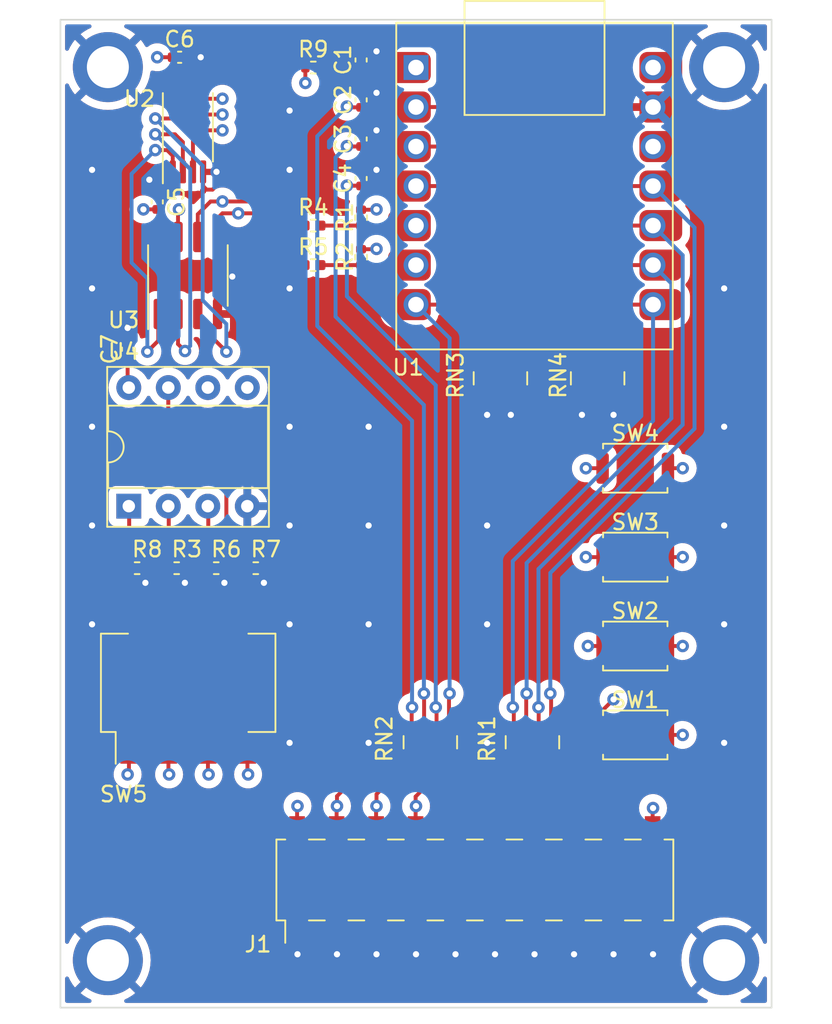
<source format=kicad_pcb>
(kicad_pcb (version 20221018) (generator pcbnew)
  (title_block (comment 4 "AISLER Project ID: GOJBYYNW"))
  (layers (0 "F.Cu" signal) (1 "In1.Cu" power) (2 "In2.Cu" power) (3 "In3.Cu" signal) (4 "In4.Cu" power) (31 "B.Cu" signal) (34 "B.Paste" user) (35 "F.Paste" user) (36 "B.SilkS" user "B.Silkscreen") (37 "F.SilkS" user "F.Silkscreen") (38 "B.Mask" user) (39 "F.Mask" user) (44 "Edge.Cuts" user))
  (net 0 "")
  (net 1 "+3V3")
  (net 2 "GND")
  (net 3 "/I2C_SDA")
  (net 4 "/I2C_SCL")
  (net 5 "Net-(U2-E2)")
  (net 6 "/EEP_I2C_SDA")
  (net 7 "/EEP_I2C_SCL")
  (net 8 "Net-(U2-E1)")
  (net 9 "Net-(U2-E0)")
  (net 10 "/~{WC}")
  (net 12 "/D1_C")
  (net 13 "/D2_C")
  (net 14 "/D3_C")
  (net 15 "Net-(J1-Pin_10)")
  (net 16 "Net-(J1-Pin_12)")
  (net 17 "Net-(J1-Pin_14)")
  (net 18 "Net-(J1-Pin_16)")
  (net 19 "Net-(J1-Pin_18)")
  (net 20 "/D10{slash}A11{slash}SPI_MOSI")
  (net 21 "/D9{slash}A9{slash}SPI_MISO")
  (net 22 "/D8{slash}A8{slash}SPI_SCK")
  (net 23 "/D7{slash}A7{slash}UART_RX")
  (net 24 "/D6{slash}A6{slash}UART_TX")
  (net 25 "/D3{slash}A3")
  (net 26 "/D2{slash}A2")
  (net 27 "/D1{slash}A1")
  (net 28 "/D0{slash}A0")
  (net 29 "/D0_C")
  (footprint "Resistor_SMD:R_Array_Concave_4x0603" (layer "F.Cu") (at 43.5546 59.6528 90)
    (fp_text reference "RN1")
    (fp_text value "100")
  )
  (footprint "Capacitor_SMD:C_0402_1005Metric" (layer "F.Cu") (at 32.5374 18.3616 90)
    (fp_text reference "C2")
    (fp_text value "100n")
  )
  (footprint "Button_Switch_SMD:SW_Push_SPST_NO_Alps_SKRK" (layer "F.Cu") (at 50.165 42.037)
    (fp_text reference "SW4")
    (fp_text value "SKRKAEE020")
  )
  (footprint "Logo:TardigradeLogo_v3" (layer "F.Cu") (at 20.728352 69.088)
    (fp_text reference "LOGO2" hide)
    (fp_text value "MountingHole" hide)
  )
  (footprint "Package_SO:TSSOP-8_4.4x3mm_P0.65mm" (layer "F.Cu") (at 21.4022 20.1268 90)
    (fp_text reference "U2")
    (fp_text value "M24C02-RDW")
  )
  (footprint "Resistor_SMD:R_Array_Concave_4x0603" (layer "F.Cu") (at 47.7458 36.2594 -90)
    (fp_text reference "RN4")
    (fp_text value "10k")
  )
  (footprint "Capacitor_SMD:C_0402_1005Metric" (layer "F.Cu") (at 32.5374 20.8762 90)
    (fp_text reference "C3")
    (fp_text value "100n")
  )
  (footprint "Resistor_SMD:R_0402_1005Metric" (layer "F.Cu") (at 32.5374 28.4714 -90)
    (fp_text reference "R2")
    (fp_text value "4k7")
  )
  (footprint "MountingHole:MountingHole_2.7mm_M2.5_ISO7380_Pad_TopBottom" (layer "F.Cu") (at 16.256 73.66)
    (fp_text reference "H2" hide)
    (fp_text value "MountingHole_Pad")
  )
  (footprint "Resistor_SMD:R_0402_1005Metric" (layer "F.Cu") (at 18.1376 48.4632)
    (fp_text reference "R8")
    (fp_text value "10k")
  )
  (footprint "Resistor_SMD:R_0402_1005Metric" (layer "F.Cu") (at 29.464 26.4414)
    (fp_text reference "R4")
    (fp_text value "100")
  )
  (footprint "Resistor_SMD:R_0402_1005Metric" (layer "F.Cu") (at 32.5374 25.9314 -90)
    (fp_text reference "R1")
    (fp_text value "4k7")
  )
  (footprint "Resistor_SMD:R_Array_Concave_4x0603" (layer "F.Cu") (at 36.989 59.6528 90)
    (fp_text reference "RN2")
    (fp_text value "100")
  )
  (footprint "Resistor_SMD:R_0402_1005Metric" (layer "F.Cu") (at 23.223466 48.4632)
    (fp_text reference "R6")
    (fp_text value "10k")
  )
  (footprint "MountingHole:MountingHole_2.7mm_M2.5_ISO7380_Pad_TopBottom" (layer "F.Cu") (at 55.88 73.66)
    (fp_text reference "H3" hide)
    (fp_text value "MountingHole_Pad")
  )
  (footprint "Capacitor_SMD:C_0402_1005Metric" (layer "F.Cu") (at 32.5374 23.4162 90)
    (fp_text reference "C4")
    (fp_text value "100n")
  )
  (footprint "Resistor_SMD:R_0402_1005Metric" (layer "F.Cu") (at 29.464 16.2814)
    (fp_text reference "R9")
    (fp_text value "100")
  )
  (footprint "Package_SO:SOIC-8_3.9x4.9mm_P1.27mm" (layer "F.Cu") (at 21.4022 29.6511 90)
    (fp_text reference "U3")
    (fp_text value "M24C02-RMN")
  )
  (footprint "Button_Switch_SMD:SW_Push_SPST_NO_Alps_SKRK" (layer "F.Cu") (at 50.165 53.467)
    (fp_text reference "SW2")
    (fp_text value "SKRKAEE020")
  )
  (footprint "Capacitor_SMD:C_0402_1005Metric" (layer "F.Cu") (at 20.871 15.621)
    (fp_text reference "C6")
    (fp_text value "100n")
  )
  (footprint "Button_Switch_SMD:SW_DIP_SPSTx04_Slide_Omron_A6S-410x_W8.9mm_P2.54mm" (layer "F.Cu") (at 21.421 55.8312 90)
    (fp_text reference "SW5")
    (fp_text value "A6S-4101-H")
  )
  (footprint "MountingHole:MountingHole_2.7mm_M2.5_ISO7380_Pad_TopBottom" (layer "F.Cu") (at 16.256 16.256)
    (fp_text reference "H1" hide)
    (fp_text value "MountingHole_Pad")
  )
  (footprint "Resistor_SMD:R_Array_Concave_4x0603" (layer "F.Cu") (at 41.4974 36.2594 -90)
    (fp_text reference "RN3")
    (fp_text value "10k")
  )
  (footprint "Resistor_SMD:R_0402_1005Metric" (layer "F.Cu") (at 20.680533 48.4632)
    (fp_text reference "R3")
    (fp_text value "10k")
  )
  (footprint "Capacitor_SMD:C_0402_1005Metric" (layer "F.Cu") (at 32.5374 15.7962 90)
    (fp_text reference "C1")
    (fp_text value "100n")
  )
  (footprint "Resistor_SMD:R_0402_1005Metric" (layer "F.Cu") (at 25.7664 48.4632)
    (fp_text reference "R7")
    (fp_text value "10k")
  )
  (footprint "Capacitor_SMD:C_0402_1005Metric" (layer "F.Cu") (at 17.526 34.389 90)
    (fp_text reference "C7")
    (fp_text value "100n")
  )
  (footprint "Resistor_SMD:R_0402_1005Metric" (layer "F.Cu") (at 29.464 28.9814)
    (fp_text reference "R5")
    (fp_text value "100")
  )
  (footprint "Capacitor_SMD:C_0402_1005Metric" (layer "F.Cu") (at 19.431 24.92 90)
    (fp_text reference "C5")
    (fp_text value "100n")
  )
  (footprint "Package_DIP:DIP-8_W7.62mm_Socket" (layer "F.Cu") (at 17.6022 44.4754 90)
    (fp_text reference "U4")
    (fp_text value "M24C02")
  )
  (footprint "Connector_PinHeader_2.54mm:PinHeader_2x10_P2.54mm_Vertical_SMD" (layer "F.Cu") (at 39.8526 68.5038 90)
    (fp_text reference "J1")
    (fp_text value "Conn_02x10_Odd_Even")
  )
  (footprint "Button_Switch_SMD:SW_Push_SPST_NO_Alps_SKRK" (layer "F.Cu") (at 50.165 47.752)
    (fp_text reference "SW3")
    (fp_text value "SKRKAEE020")
  )
  (footprint "XIAO_PCB:MOUDLE14P-2.54-21X17.8MM_SMTTHTcombo" (layer "F.Cu") (at 43.688 23.9014 90)
    (fp_text reference "U1")
    (fp_text value "MOUDLE-SEEEDUINO-XIAO")
  )
  (footprint "MountingHole:MountingHole_2.7mm_M2.5_ISO7380_Pad_TopBottom" (layer "F.Cu") (at 55.88 16.256)
    (fp_text reference "H4" hide)
    (fp_text value "MountingHole_Pad")
  )
  (footprint "Button_Switch_SMD:SW_Push_SPST_NO_Alps_SKRK" (layer "F.Cu") (at 50.165 59.182)
    (fp_text reference "SW1")
    (fp_text value "SKRKAEE020")
  )
  (footprint "Logo:TardigradeLogo_v3" (layer "B.Cu") (at 19.812 69.088 180)
    (fp_text reference "LOGO1" hide)
    (fp_text value "MountingHole" hide)
  )
  (gr_line (start 13.208 76.708) (end 13.208 13.208) (stroke (width 0.1)) (layer "Edge.Cuts"))
  (gr_line (start 58.928 13.208) (end 58.928 76.708) (stroke (width 0.1)) (layer "Edge.Cuts"))
  (gr_line (start 58.928 76.708) (end 13.208 76.708) (stroke (width 0.1)) (layer "Edge.Cuts"))
  (gr_line (start 13.208 13.208) (end 58.928 13.208) (stroke (width 0.1)) (layer "Edge.Cuts"))
  (segment (start 51.2826 63.9064) (end 51.308 63.881) (width 0.25) (layer "F.Cu") (net 1))
  (segment (start 19.4972 25.4662) (end 19.431 25.4) (width 0.25) (layer "F.Cu") (net 1))
  (segment (start 33.5066 25.4214) (end 33.528 25.4) (width 0.25) (layer "F.Cu") (net 1))
  (segment (start 20.4272 17.2643) (end 20.4272 15.6572) (width 0.25) (layer "F.Cu") (net 1))
  (segment (start 17.611 60.2812) (end 17.611 61.637) (width 0.25) (layer "F.Cu") (net 1))
  (segment (start 20.151 61.68) (end 20.193 61.722) (width 0.25) (layer "F.Cu") (net 1))
  (segment (start 32.5374 27.9614) (end 33.5066 27.9614) (width 0.25) (layer "F.Cu") (net 1))
  (segment (start 51.2826 65.9788) (end 51.2826 63.9064) (width 0.25) (layer "F.Cu") (net 1))
  (segment (start 19.4972 27.1761) (end 19.4972 25.4662) (width 0.25) (layer "F.Cu") (net 1))
  (segment (start 28.4226 63.7794) (end 28.448 63.754) (width 0.25) (layer "F.Cu") (net 1))
  (segment (start 20.151 60.2812) (end 20.151 61.68) (width 0.25) (layer "F.Cu") (net 1))
  (segment (start 22.691 60.2812) (end 22.691 61.68) (width 0.25) (layer "F.Cu") (net 1))
  (segment (start 22.691 61.68) (end 22.733 61.722) (width 0.25) (layer "F.Cu") (net 1))
  (segment (start 32.5374 25.4214) (end 33.5066 25.4214) (width 0.25) (layer "F.Cu") (net 1))
  (segment (start 28.4226 65.9788) (end 28.4226 63.7794) (width 0.25) (layer "F.Cu") (net 1))
  (segment (start 18.542 25.4) (end 19.431 25.4) (width 0.25) (layer "F.Cu") (net 1))
  (segment (start 17.526 34.869) (end 17.526 36.7792) (width 0.25) (layer "F.Cu") (net 1))
  (segment (start 20.4272 15.6572) (end 20.391 15.621) (width 0.25) (layer "F.Cu") (net 1))
  (segment (start 25.231 61.68) (end 25.273 61.722) (width 0.25) (layer "F.Cu") (net 1))
  (segment (start 25.231 60.2812) (end 25.231 61.68) (width 0.25) (layer "F.Cu") (net 1))
  (segment (start 52.265 47.752) (end 53.213 47.752) (width 0.25) (layer "F.Cu") (net 1))
  (segment (start 52.265 42.037) (end 53.213 42.037) (width 0.25) (layer "F.Cu") (net 1))
  (segment (start 52.265 59.182) (end 53.213 59.182) (width 0.25) (layer "F.Cu") (net 1))
  (segment (start 17.611 61.637) (end 17.526 61.722) (width 0.25) (layer "F.Cu") (net 1))
  (segment (start 52.265 53.467) (end 53.213 53.467) (width 0.25) (layer "F.Cu") (net 1))
  (segment (start 17.526 36.7792) (end 17.6022 36.8554) (width 0.25) (layer "F.Cu") (net 1))
  (segment (start 19.431 15.621) (end 20.391 15.621) (width 0.25) (layer "F.Cu") (net 1))
  (segment (start 33.5066 27.9614) (end 33.528 27.94) (width 0.25) (layer "F.Cu") (net 1))
  (via (at 17.526 61.722) (size 0.8) (drill 0.4) (layers "F.Cu" "B.Cu") (net 1))
  (via (at 53.213 59.182) (size 0.8) (drill 0.4) (layers "F.Cu" "B.Cu") (net 1))
  (via (at 33.528 27.94) (size 0.8) (drill 0.4) (layers "F.Cu" "B.Cu") (net 1))
  (via (at 33.528 25.4) (size 0.8) (drill 0.4) (layers "F.Cu" "B.Cu") (net 1))
  (via (at 28.448 63.754) (size 0.8) (drill 0.4) (layers "F.Cu" "B.Cu") (net 1))
  (via (at 20.193 61.722) (size 0.8) (drill 0.4) (layers "F.Cu" "B.Cu") (net 1))
  (via (at 22.733 61.722) (size 0.8) (drill 0.4) (layers "F.Cu" "B.Cu") (net 1))
  (via (at 25.273 61.722) (size 0.8) (drill 0.4) (layers "F.Cu" "B.Cu") (net 1))
  (via (at 18.542 25.4) (size 0.8) (drill 0.4) (layers "F.Cu" "B.Cu") (net 1))
  (via (at 51.308 63.881) (size 0.8) (drill 0.4) (layers "F.Cu" "B.Cu") (net 1))
  (via (at 53.213 53.467) (size 0.8) (drill 0.4) (layers "F.Cu" "B.Cu") (net 1))
  (via (at 53.213 47.752) (size 0.8) (drill 0.4) (layers "F.Cu" "B.Cu") (net 1))
  (via (at 19.431 15.621) (size 0.8) (drill 0.4) (layers "F.Cu" "B.Cu") (net 1))
  (via (at 53.213 42.037) (size 0.8) (drill 0.4) (layers "F.Cu" "B.Cu") (net 1))
  (segment (start 41.0974 37.1094) (end 41.0974 38.1506) (width 0.25) (layer "F.Cu") (net 2))
  (segment (start 41.8974 37.1094) (end 41.8974 38.3414) (width 0.25) (layer "F.Cu") (net 2))
  (segment (start 41.148 73.279) (end 41.148 71.0542) (width 0.25) (layer "F.Cu") (net 2))
  (segment (start 36.068 73.279) (end 36.068 71.0542) (width 0.25) (layer "F.Cu") (net 2))
  (segment (start 19.431 24.003) (end 19.431 24.44) (width 0.25) (layer "F.Cu") (net 2))
  (segment (start 40.2974 38.2654) (end 40.64 38.608) (width 0.25) (layer "F.Cu") (net 2))
  (segment (start 40.2974 37.1094) (end 40.2974 38.2654) (width 0.25) (layer "F.Cu") (net 2))
  (segment (start 51.308 73.279) (end 51.308 71.0542) (width 0.25) (layer "F.Cu") (net 2))
  (segment (start 48.768 71.0542) (end 48.7426 71.0288) (width 0.25) (layer "F.Cu") (net 2))
  (segment (start 46.228 71.0542) (end 46.2026 71.0288) (width 0.25) (layer "F.Cu") (net 2))
  (segment (start 41.0974 38.1506) (end 40.64 38.608) (width 0.25) (layer "F.Cu") (net 2))
  (segment (start 32.5374 22.9362) (end 33.4518 22.9362) (width 0.25) (layer "F.Cu") (net 2))
  (segment (start 22.3772 23.9012) (end 22.606 24.13) (width 0.25) (layer "F.Cu") (net 2))
  (segment (start 33.528 17.907) (end 33.5026 17.8816) (width 0.25) (layer "F.Cu") (net 2))
  (segment (start 28.4226 73.2536) (end 28.4226 71.0288) (width 0.25) (layer "F.Cu") (net 2))
  (segment (start 46.5458 38.4178) (end 46.736 38.608) (width 0.25) (layer "F.Cu") (net 2))
  (segment (start 23.241 23.876) (end 23.241 22.987) (width 0.25) (layer "F.Cu") (net 2))
  (segment (start 33.4518 22.9362) (end 33.528 22.86) (width 0.25) (layer "F.Cu") (net 2))
  (segment (start 47.3458 37.1094) (end 47.3458 37.9982) (width 0.25) (layer "F.Cu") (net 2))
  (segment (start 18.923 23.495) (end 19.431 24.003) (width 0.25) (layer "F.Cu") (net 2))
  (segment (start 33.528 71.0542) (end 33.5026 71.0288) (width 0.25) (layer "F.Cu") (net 2))
  (segment (start 36.068 71.0542) (end 36.0426 71.0288) (width 0.25) (layer "F.Cu") (net 2))
  (segment (start 33.4518 20.3962) (end 33.528 20.32) (width 0.25) (layer "F.Cu") (net 2))
  (segment (start 26.2764 49.3904) (end 26.289 49.403) (width 0.25) (layer "F.Cu") (net 2))
  (segment (start 51.308 71.0542) (end 51.2826 71.0288) (width 0.25) (layer "F.Cu") (net 2))
  (segment (start 43.688 73.279) (end 43.688 71.0542) (width 0.25) (layer "F.Cu") (net 2))
  (segment (start 42.6974 38.0746) (end 42.164 38.608) (width 0.25) (layer "F.Cu") (net 2))
  (segment (start 38.5826 73.2536) (end 38.5826 71.0288) (width 0.25) (layer "F.Cu") (net 2))
  (segment (start 48.9458 38.4302) (end 48.768 38.608) (width 0.25) (layer "F.Cu") (net 2))
  (segment (start 23.733466 49.387466) (end 23.749 49.403) (width 0.25) (layer "F.Cu") (net 2))
  (segment (start 32.5374 15.3162) (end 33.4518 15.3162) (width 0.25) (layer "F.Cu") (net 2))
  (segment (start 33.5026 17.8816) (end 32.5374 17.8816) (width 0.25) (layer "F.Cu") (net 2))
  (segment (start 22.987 24.13) (end 23.241 23.876) (width 0.25) (layer "F.Cu") (net 2))
  (segment (start 21.190533 49.384533) (end 21.209 49.403) (width 0.25) (layer "F.Cu") (net 2))
  (segment (start 22.3772 22.9893) (end 22.3772 23.9012) (width 0.25) (layer "F.Cu") (net 2))
  (segment (start 33.4518 15.3162) (end 33.528 15.24) (width 0.25) (layer "F.Cu") (net 2))
  (segment (start 47.3458 37.9982) (end 46.736 38.608) (width 0.25) (layer "F.Cu") (net 2))
  (segment (start 23.3072 30.6678) (end 24.257 29.718) (width 0.25) (layer "F.Cu") (net 2))
  (segment (start 33.528 73.279) (end 33.528 71.0542) (width 0.25) (layer "F.Cu") (net 2))
  (segment (start 30.988 73.279) (end 30.988 71.0542) (width 0.25) (layer "F.Cu") (net 2))
  (segment (start 32.5374 20.3962) (end 33.4518 20.3962) (width 0.25) (layer "F.Cu") (net 2))
  (segment (start 48.768 73.279) (end 48.768 71.0542) (width 0.25) (layer "F.Cu") (net 2))
  (segment (start 48.1458 37.9858) (end 48.768 38.608) (width 0.25) (layer "F.Cu") (net 2))
  (segment (start 21.190533 48.4632) (end 21.190533 49.384533) (width 0.25) (layer "F.Cu") (net 2))
  (segment (start 48.9458 37.1094) (end 48.9458 38.4302) (width 0.25) (layer "F.Cu") (net 2))
  (segment (start 43.688 71.0542) (end 43.6626 71.0288) (width 0.25) (layer "F.Cu") (net 2))
  (segment (start 21.351 15.621) (end 22.225 15.621) (width 0.25) (layer "F.Cu") (net 2))
  (segment (start 42.6974 37.1094) (end 42.6974 38.0746) (width 0.25) (layer "F.Cu") (net 2))
  (segment (start 38.608 73.279) (end 38.5826 73.2536) (width 0.25) (layer "F.Cu") (net 2))
  (segment (start 41.148 71.0542) (end 41.1226 71.0288) (width 0.25) (layer "F.Cu") (net 2))
  (segment (start 23.3072 32.1261) (end 23.3072 30.6678) (width 0.25) (layer "F.Cu") (net 2))
  (segment (start 41.8974 38.3414) (end 42.164 38.608) (width 0.25) (layer "F.Cu") (net 2))
  (segment (start 22.606 24.13) (end 22.987 24.13) (width 0.25) (layer "F.Cu") (net 2))
  (segment (start 23.733466 48.4632) (end 23.733466 49.387466) (width 0.25) (layer "F.Cu") (net 2))
  (segment (start 28.448 73.279) (end 28.4226 73.2536) (width 0.25) (layer "F.Cu") (net 2))
  (segment (start 18.6476 48.4632) (end 18.6476 49.3816) (width 0.25) (layer "F.Cu") (net 2))
  (segment (start 48.1458 37.1094) (end 48.1458 37.9858) (width 0.25) (layer "F.Cu") (net 2))
  (segment (start 18.6476 49.3816) (end 18.669 49.403) (width 0.25) (layer "F.Cu") (net 2))
  (segment (start 26.2764 48.4632) (end 26.2764 49.3904) (width 0.25) (layer "F.Cu") (net 2))
  (segment (start 46.228 73.279) (end 46.228 71.0542) (width 0.25) (layer "F.Cu") (net 2))
  (segment (start 17.526 33.909) (end 17.526 33.02) (width 0.25) (layer "F.Cu") (net 2))
  (segment (start 30.988 71.0542) (end 30.9626 71.0288) (width 0.25) (layer "F.Cu") (net 2))
  (segment (start 46.5458 37.1094) (end 46.5458 38.4178) (width 0.25) (layer "F.Cu") (net 2))
  (via (at 33.02 52.07) (size 0.8) (drill 0.4) (layers "F.Cu" "B.Cu") (net 2))
  (via (at 51.308 73.279) (size 0.8) (drill 0.4) (layers "F.Cu" "B.Cu") (net 2))
  (via (at 28.448 73.279) (size 0.8) (drill 0.4) (layers "F.Cu" "B.Cu") (net 2))
  (via (at 23.241 22.987) (size 0.8) (drill 0.4) (layers "F.Cu" "B.Cu") (net 2))
  (via (at 30.988 73.279) (size 0.8) (drill 0.4) (layers "F.Cu" "B.Cu") (net 2))
  (via (at 38.608 73.279) (size 0.8) (drill 0.4) (layers "F.Cu" "B.Cu") (net 2))
  (via (at 33.02 45.72) (size 0.8) (drill 0.4) (layers "F.Cu" "B.Cu") (net 2))
  (via (at 33.528 15.24) (size 0.8) (drill 0.4) (layers "F.Cu" "B.Cu") (net 2))
  (via (at 33.528 22.86) (size 0.8) (drill 0.4) (layers "F.Cu" "B.Cu") (net 2))
  (via (at 40.64 45.72) (size 0.8) (drill 0.4) (layers "F.Cu" "B.Cu") (net 2))
  (via (at 33.528 20.32) (size 0.8) (drill 0.4) (layers "F.Cu" "B.Cu") (net 2))
  (via (at 27.94 45.72) (size 0.8) (drill 0.4) (layers "F.Cu" "B.Cu") (net 2))
  (via (at 46.228 73.279) (size 0.8) (drill 0.4) (layers "F.Cu" "B.Cu") (net 2))
  (via (at 27.94 52.07) (size 0.8) (drill 0.4) (layers "F.Cu" "B.Cu") (net 2))
  (via (at 18.923 23.495) (size 0.8) (drill 0.4) (layers "F.Cu" "B.Cu") (net 2))
  (via (at 55.88 39.37) (size 0.8) (drill 0.4) (layers "F.Cu" "B.Cu") (net 2))
  (via (at 18.669 49.403) (size 0.8) (drill 0.4) (layers "F.Cu" "B.Cu") (net 2))
  (via (at 41.148 73.279) (size 0.8) (drill 0.4) (layers "F.Cu" "B.Cu") (net 2))
  (via (at 33.02 59.69) (size 0.8) (drill 0.4) (layers "F.Cu" "B.Cu") (net 2))
  (via (at 15.24 30.48) (size 0.8) (drill 0.4) (layers "F.Cu" "B.Cu") (net 2))
  (via (at 24.257 29.718) (size 0.8) (drill 0.4) (layers "F.Cu" "B.Cu") (net 2))
  (via (at 17.526 33.02) (size 0.8) (drill 0.4) (layers "F.Cu" "B.Cu") (net 2))
  (via (at 21.209 49.403) (size 0.8) (drill 0.4) (layers "F.Cu" "B.Cu") (net 2))
  (via (at 33.528 17.907) (size 0.8) (drill 0.4) (layers "F.Cu" "B.Cu") (net 2))
  (via (at 15.24 52.07) (size 0.8) (drill 0.4) (layers "F.Cu" "B.Cu") (net 2))
  (via (at 55.88 45.72) (size 0.8) (drill 0.4) (layers "F.Cu" "B.Cu") (net 2))
  (via (at 55.88 59.69) (size 0.8) (drill 0.4) (layers "F.Cu" "B.Cu") (net 2))
  (via (at 46.736 38.608) (size 0.8) (drill 0.4) (layers "F.Cu" "B.Cu") (net 2))
  (via (at 48.768 73.279) (size 0.8) (drill 0.4) (layers "F.Cu" "B.Cu") (net 2))
  (via (at 27.94 19.05) (size 0.8) (drill 0.4) (layers "F.Cu" "B.Cu") (net 2))
  (via (at 27.94 22.86) (size 0.8) (drill 0.4) (layers "F.Cu" "B.Cu") (net 2))
  (via (at 55.88 52.07) (size 0.8) (drill 0.4) (layers "F.Cu" "B.Cu") (net 2))
  (via (at 15.24 22.86) (size 0.8) (drill 0.4) (layers "F.Cu" "B.Cu") (net 2))
  (via (at 42.164 38.608) (size 0.8) (drill 0.4) (layers "F.Cu" "B.Cu") (net 2))
  (via (at 27.94 30.48) (size 0.8) (drill 0.4) (layers "F.Cu" "B.Cu") (net 2))
  (via (at 15.24 39.37) (size 0.8) (drill 0.4) (layers "F.Cu" "B.Cu") (net 2))
  (via (at 40.64 52.07) (size 0.8) (drill 0.4) (layers "F.Cu" "B.Cu") (net 2))
  (via (at 26.289 49.403) (size 0.8) (drill 0.4) (layers "F.Cu" "B.Cu") (net 2))
  (via (at 48.768 38.608) (size 0.8) (drill 0.4) (layers "F.Cu" "B.Cu") (net 2))
  (via (at 55.88 30.48) (size 0.8) (drill 0.4) (layers "F.Cu" "B.Cu") (net 2))
  (via (at 22.225 15.621) (size 0.8) (drill 0.4) (layers "F.Cu" "B.Cu") (net 2))
  (via (at 43.688 73.279) (size 0.8) (drill 0.4) (layers "F.Cu" "B.Cu") (net 2))
  (via (at 33.528 73.279) (size 0.8) (drill 0.4) (layers "F.Cu" "B.Cu") (net 2))
  (via (at 33.02 39.37) (size 0.8) (drill 0.4) (layers "F.Cu" "B.Cu") (net 2))
  (via (at 36.068 73.279) (size 0.8) (drill 0.4) (layers "F.Cu" "B.Cu") (net 2))
  (via (at 40.64 38.608) (size 0.8) (drill 0.4) (layers "F.Cu" "B.Cu") (net 2))
  (via (at 15.24 45.72) (size 0.8) (drill 0.4) (layers "F.Cu" "B.Cu") (net 2))
  (via (at 27.94 39.37) (size 0.8) (drill 0.4) (layers "F.Cu" "B.Cu") (net 2))
  (via (at 23.749 49.403) (size 0.8) (drill 0.4) (layers "F.Cu" "B.Cu") (net 2))
  (via (at 40.64 59.69) (size 0.8) (drill 0.4) (layers "F.Cu" "B.Cu") (net 2))
  (via (at 27.94 59.69) (size 0.8) (drill 0.4) (layers "F.Cu" "B.Cu") (net 2))
  (segment (start 32.5374 26.4414) (end 29.974 26.4414) (width 0.254) (layer "F.Cu") (net 3))
  (segment (start 36.068 26.4414) (end 32.5374 26.4414) (width 0.254) (layer "F.Cu") (net 3))
  (segment (start 32.5374 28.9814) (end 29.974 28.9814) (width 0.254) (layer "F.Cu") (net 4))
  (segment (start 36.068 28.9814) (end 32.5374 28.9814) (width 0.254) (layer "F.Cu") (net 4))
  (segment (start 22.691 51.3812) (end 22.691 48.485666) (width 0.254) (layer "F.Cu") (net 5))
  (segment (start 23.876 34.544) (end 22.0372 32.7052) (width 0.25) (layer "F.Cu") (net 5))
  (segment (start 21.7272 22.9893) (end 21.7272 20.7112) (width 0.25) (layer "F.Cu") (net 5))
  (segment (start 22.691 48.485666) (end 22.713466 48.4632) (width 0.254) (layer "F.Cu") (net 5))
  (segment (start 21.7272 20.7112) (end 20.574 19.558) (width 0.25) (layer "F.Cu") (net 5))
  (segment (start 22.0372 32.7052) (end 22.0372 32.1261) (width 0.25) (layer "F.Cu") (net 5))
  (segment (start 22.713466 44.506666) (end 22.6822 44.4754) (width 0.254) (layer "F.Cu") (net 5))
  (segment (start 22.713466 48.4632) (end 22.713466 44.506666) (width 0.254) (layer "F.Cu") (net 5))
  (segment (start 20.574 19.558) (end 19.304 19.558) (width 0.25) (layer "F.Cu") (net 5))
  (via (at 23.876 34.544) (size 0.8) (drill 0.4) (layers "F.Cu" "B.Cu") (net 5))
  (via (at 19.304 19.558) (size 0.8) (drill 0.4) (layers "F.Cu" "B.Cu") (net 5))
  (segment (start 19.313305 19.558) (end 22.352 22.596695) (width 0.25) (layer "B.Cu") (net 5))
  (segment (start 19.304 19.558) (end 19.313305 19.558) (width 0.25) (layer "B.Cu") (net 5))
  (segment (start 22.352 22.596695) (end 22.352 31.242) (width 0.25) (layer "B.Cu") (net 5))
  (segment (start 23.876 32.766) (end 23.876 34.544) (width 0.25) (layer "B.Cu") (net 5))
  (segment (start 22.352 31.242) (end 23.876 32.766) (width 0.25) (layer "B.Cu") (net 5))
  (segment (start 22.86 24.892) (end 23.622 24.892) (width 0.25) (layer "F.Cu") (net 6))
  (segment (start 27.9654 26.4414) (end 28.954 26.4414) (width 0.25) (layer "F.Cu") (net 6))
  (segment (start 23.622 24.892) (end 26.416 24.892) (width 0.25) (layer "F.Cu") (net 6))
  (segment (start 22.0372 27.1761) (end 22.0372 25.7148) (width 0.25) (layer "F.Cu") (net 6))
  (segment (start 22.352 19.304) (end 23.622 19.304) (width 0.25) (layer "F.Cu") (net 6))
  (segment (start 21.7272 17.2643) (end 21.7272 18.6792) (width 0.25) (layer "F.Cu") (net 6))
  (segment (start 26.416 24.892) (end 27.9654 26.4414) (width 0.25) (layer "F.Cu") (net 6))
  (segment (start 22.0372 25.7148) (end 22.86 24.892) (width 0.25) (layer "F.Cu") (net 6))
  (segment (start 21.7272 18.6792) (end 22.352 19.304) (width 0.25) (layer "F.Cu") (net 6))
  (via (at 23.622 19.304) (size 0.8) (drill 0.4) (layers "F.Cu" "B.Cu") (net 6))
  (via (at 23.622 24.892) (size 0.8) (drill 0.4) (layers "F.Cu" "B.Cu") (net 6))
  (segment (start 22.6822 36.8554) (end 22.606 36.7792) (width 0.25) (layer "B.Cu") (net 6))
  (segment (start 22.3772 17.2643) (end 22.3772 18.0592) (width 0.25) (layer "F.Cu") (net 7))
  (segment (start 23.622 25.654) (end 24.638 25.654) (width 0.25) (layer "F.Cu") (net 7))
  (segment (start 25.654 25.654) (end 26.162 26.162) (width 0.25) (layer "F.Cu") (net 7))
  (segment (start 26.162 26.162) (end 26.162 28.194) (width 0.25) (layer "F.Cu") (net 7))
  (segment (start 26.162 28.194) (end 26.9494 28.9814) (width 0.25) (layer "F.Cu") (net 7))
  (segment (start 22.3772 18.0592) (end 22.606 18.288) (width 0.25) (layer "F.Cu") (net 7))
  (segment (start 23.3072 27.1761) (end 23.3072 25.9688) (width 0.25) (layer "F.Cu") (net 7))
  (segment (start 26.9494 28.9814) (end 28.954 28.9814) (width 0.25) (layer "F.Cu") (net 7))
  (segment (start 24.638 25.654) (end 25.654 25.654) (width 0.25) (layer "F.Cu") (net 7))
  (segment (start 23.3072 25.9688) (end 23.622 25.654) (width 0.25) (layer "F.Cu") (net 7))
  (segment (start 22.606 18.288) (end 23.622 18.288) (width 0.25) (layer "F.Cu") (net 7))
  (via (at 23.622 18.288) (size 0.8) (drill 0.4) (layers "F.Cu" "B.Cu") (net 7))
  (via (at 24.638 25.654) (size 0.8) (drill 0.4) (layers "F.Cu" "B.Cu") (net 7))
  (segment (start 20.151 48.482733) (end 20.170533 48.4632) (width 0.254) (layer "F.Cu") (net 8))
  (segment (start 21.0772 22.9893) (end 21.0772 21.0772) (width 0.25) (layer "F.Cu") (net 8))
  (segment (start 20.170533 44.503733) (end 20.1422 44.4754) (width 0.254) (layer "F.Cu") (net 8))
  (segment (start 20.574 20.574) (end 19.304 20.574) (width 0.25) (layer "F.Cu") (net 8))
  (segment (start 20.7672 34.057148) (end 20.7672 32.1261) (width 0.25) (layer "F.Cu") (net 8))
  (segment (start 20.170533 48.4632) (end 20.170533 44.503733) (width 0.254) (layer "F.Cu") (net 8))
  (segment (start 20.151 51.3812) (end 20.151 48.482733) (width 0.254) (layer "F.Cu") (net 8))
  (segment (start 21.215721 34.505669) (end 20.7672 34.057148) (width 0.25) (layer "F.Cu") (net 8))
  (segment (start 21.0772 21.0772) (end 20.574 20.574) (width 0.25) (layer "F.Cu") (net 8))
  (via (at 19.304 20.574) (size 0.8) (drill 0.4) (layers "F.Cu" "B.Cu") (net 8))
  (via (at 21.215721 34.505669) (size 0.8) (drill 0.4) (layers "F.Cu" "B.Cu") (net 8))
  (segment (start 19.313305 20.574) (end 21.553 22.813695) (width 0.25) (layer "B.Cu") (net 8))
  (segment (start 21.553 34.16839) (end 21.215721 34.505669) (width 0.25) (layer "B.Cu") (net 8))
  (segment (start 21.553 22.813695) (end 21.553 34.16839) (width 0.25) (layer "B.Cu") (net 8))
  (segment (start 19.304 20.574) (end 19.313305 20.574) (width 0.25) (layer "B.Cu") (net 8))
  (segment (start 20.4272 22.9893) (end 20.4272 21.9512) (width 0.25) (layer "F.Cu") (net 9))
  (segment (start 18.796 34.544) (end 19.4972 33.8428) (width 0.25) (layer "F.Cu") (net 9))
  (segment (start 17.6276 44.5008) (end 17.6022 44.4754) (width 0.254) (layer "F.Cu") (net 9))
  (segment (start 19.4972 33.8428) (end 19.4972 32.1261) (width 0.25) (layer "F.Cu") (net 9))
  (segment (start 20.066 21.59) (end 19.304 21.59) (width 0.25) (layer "F.Cu") (net 9))
  (segment (start 17.6276 48.4632) (end 17.6276 44.5008) (width 0.254) (layer "F.Cu") (net 9))
  (segment (start 17.611 51.3812) (end 17.611 48.4798) (width 0.254) (layer "F.Cu") (net 9))
  (segment (start 17.611 48.4798) (end 17.6276 48.4632) (width 0.254) (layer "F.Cu") (net 9))
  (segment (start 20.4272 21.9512) (end 20.066 21.59) (width 0.25) (layer "F.Cu") (net 9))
  (via (at 18.796 34.544) (size 0.8) (drill 0.4) (layers "F.Cu" "B.Cu") (net 9))
  (via (at 19.304 21.59) (size 0.8) (drill 0.4) (layers "F.Cu" "B.Cu") (net 9))
  (segment (start 17.78 28.829) (end 18.796 29.845) (width 0.25) (layer "B.Cu") (net 9))
  (segment (start 18.796 29.845) (end 18.796 34.544) (width 0.25) (layer "B.Cu") (net 9))
  (segment (start 17.78 23.114) (end 17.78 28.829) (width 0.25) (layer "B.Cu") (net 9))
  (segment (start 19.304 21.59) (end 17.78 23.114) (width 0.25) (layer "B.Cu") (net 9))
  (segment (start 20.1422 39.4462) (end 20.1422 36.8554) (width 0.254) (layer "F.Cu") (net 10))
  (segment (start 21.0772 19.0452) (end 22.352 20.32) (width 0.25) (layer "F.Cu") (net 10))
  (segment (start 25.231 48.4886) (end 25.2564 48.4632) (width 0.254) (layer "F.Cu") (net 10))
  (segment (start 20.7672 27.1761) (end 20.7672 25.4608) (width 0.25) (layer "F.Cu") (net 10))
  (segment (start 23.876 43.18) (end 20.1422 39.4462) (width 0.254) (layer "F.Cu") (net 10))
  (segment (start 25.2564 48.4632) (end 25.2564 47.1004) (width 0.254) (layer "F.Cu") (net 10))
  (segment (start 21.0772 17.2643) (end 21.0772 19.0452) (width 0.25) (layer "F.Cu") (net 10))
  (segment (start 20.7672 25.4608) (end 20.828 25.4) (width 0.25) (layer "F.Cu") (net 10))
  (segment (start 25.2564 47.1004) (end 23.876 45.72) (width 0.254) (layer "F.Cu") (net 10))
  (segment (start 25.231 51.3812) (end 25.231 48.4886) (width 0.254) (layer "F.Cu") (net 10))
  (segment (start 23.876 45.72) (end 23.876 43.18) (width 0.254) (layer "F.Cu") (net 10))
  (segment (start 22.352 20.32) (end 23.622 20.32) (width 0.25) (layer "F.Cu") (net 10))
  (via (at 20.828 25.4) (size 0.8) (drill 0.4) (layers "F.Cu" "B.Cu") (net 10))
  (via (at 23.622 20.32) (size 0.8) (drill 0.4) (layers "F.Cu" "B.Cu") (net 10))
  (segment (start 47.117 53.467) (end 48.065 53.467) (width 0.25) (layer "F.Cu") (net 12))
  (segment (start 35.789 61.62) (end 35.433 61.976) (width 0.25) (layer "F.Cu") (net 12))
  (segment (start 32.131 61.976) (end 30.988 63.119) (width 0.25) (layer "F.Cu") (net 12))
  (segment (start 35.789 60.5028) (end 35.789 61.62) (width 0.25) (layer "F.Cu") (net 12))
  (segment (start 35.433 61.976) (end 32.131 61.976) (width 0.25) (layer "F.Cu") (net 12))
  (segment (start 30.9626 63.7794) (end 30.9626 65.9788) (width 0.25) (layer "F.Cu") (net 12))
  (segment (start 30.988 63.754) (end 30.9626 63.7794) (width 0.25) (layer "F.Cu") (net 12))
  (segment (start 30.988 63.119) (end 30.988 63.754) (width 0.25) (layer "F.Cu") (net 12))
  (via (at 30.988 63.754) (size 0.8) (drill 0.4) (layers "F.Cu" "B.Cu") (net 12))
  (via (at 47.117 53.467) (size 0.8) (drill 0.4) (layers "F.Cu" "B.Cu") (net 12))
  (segment (start 36.589 61.709) (end 35.687 62.611) (width 0.25) (layer "F.Cu") (net 13))
  (segment (start 33.528 63.754) (end 33.5026 63.7794) (width 0.25) (layer "F.Cu") (net 13))
  (segment (start 36.589 60.5028) (end 36.589 61.709) (width 0.25) (layer "F.Cu") (net 13))
  (segment (start 46.99 47.752) (end 48.065 47.752) (width 0.25) (layer "F.Cu") (net 13))
  (segment (start 33.909 62.611) (end 33.528 62.992) (width 0.25) (layer "F.Cu") (net 13))
  (segment (start 33.5026 63.7794) (end 33.5026 65.9788) (width 0.25) (layer "F.Cu") (net 13))
  (segment (start 33.528 62.992) (end 33.528 63.754) (width 0.25) (layer "F.Cu") (net 13))
  (segment (start 35.687 62.611) (end 33.909 62.611) (width 0.25) (layer "F.Cu") (net 13))
  (via (at 33.528 63.754) (size 0.8) (drill 0.4) (layers "F.Cu" "B.Cu") (net 13))
  (via (at 46.99 47.752) (size 0.8) (drill 0.4) (layers "F.Cu" "B.Cu") (net 13))
  (segment (start 36.0426 63.7794) (end 36.0426 65.9788) (width 0.25) (layer "F.Cu") (net 14))
  (segment (start 36.0426 63.7286) (end 36.068 63.754) (width 0.25) (layer "F.Cu") (net 14))
  (segment (start 37.389 61.798) (end 36.0426 63.1444) (width 0.25) (layer "F.Cu") (net 14))
  (segment (start 46.99 42.037) (end 48.065 42.037) (width 0.25) (layer "F.Cu") (net 14))
  (segment (start 36.068 63.754) (end 36.0426 63.7794) (width 0.25) (layer "F.Cu") (net 14))
  (segment (start 37.389 60.5028) (end 37.389 61.798) (width 0.25) (layer "F.Cu") (net 14))
  (segment (start 36.0426 63.1444) (end 36.0426 63.7286) (width 0.25) (layer "F.Cu") (net 14))
  (via (at 36.068 63.754) (size 0.8) (drill 0.4) (layers "F.Cu" "B.Cu") (net 14))
  (via (at 46.99 42.037) (size 0.8) (drill 0.4) (layers "F.Cu" "B.Cu") (net 14))
  (segment (start 38.5826 63.0936) (end 38.5826 65.9788) (width 0.25) (layer "F.Cu") (net 15))
  (segment (start 38.189 60.5028) (end 38.189 62.7) (width 0.25) (layer "F.Cu") (net 15))
  (segment (start 38.189 62.7) (end 38.5826 63.0936) (width 0.25) (layer "F.Cu") (net 15))
  (segment (start 42.3546 61.9124) (end 41.1226 63.1444) (width 0.25) (layer "F.Cu") (net 16))
  (segment (start 42.3546 60.5028) (end 42.3546 61.9124) (width 0.25) (layer "F.Cu") (net 16))
  (segment (start 41.1226 63.1444) (end 41.1226 65.9788) (width 0.25) (layer "F.Cu") (net 16))
  (segment (start 43.1546 60.5028) (end 43.1546 61.8236) (width 0.25) (layer "F.Cu") (net 17))
  (segment (start 43.6626 62.3316) (end 43.6626 65.9788) (width 0.25) (layer "F.Cu") (net 17))
  (segment (start 43.1546 61.8236) (end 43.6626 62.3316) (width 0.25) (layer "F.Cu") (net 17))
  (segment (start 43.9546 61.6076) (end 46.2026 63.8556) (width 0.25) (layer "F.Cu") (net 18))
  (segment (start 46.2026 63.8556) (end 46.2026 65.9788) (width 0.25) (layer "F.Cu") (net 18))
  (segment (start 43.9546 60.5028) (end 43.9546 61.6076) (width 0.25) (layer "F.Cu") (net 18))
  (segment (start 45.466 62.23) (end 47.117 62.23) (width 0.25) (layer "F.Cu") (net 19))
  (segment (start 44.7546 61.5186) (end 45.466 62.23) (width 0.25) (layer "F.Cu") (net 19))
  (segment (start 44.7546 60.5028) (end 44.7546 61.5186) (width 0.25) (layer "F.Cu") (net 19))
  (segment (start 47.117 62.23) (end 48.7426 63.8556) (width 0.25) (layer "F.Cu") (net 19))
  (segment (start 48.7426 63.8556) (end 48.7426 65.9788) (width 0.25) (layer "F.Cu") (net 19))
  (segment (start 51.308 23.9014) (end 48.7426 23.9014) (width 0.254) (layer "F.Cu") (net 20))
  (segment (start 44.7546 56.5656) (end 44.704 56.515) (width 0.25) (layer "F.Cu") (net 20))
  (segment (start 46.5458 26.0982) (end 46.5458 35.4094) (width 0.254) (layer "F.Cu") (net 20))
  (segment (start 44.7546 58.8028) (end 44.7546 56.5656) (width 0.25) (layer "F.Cu") (net 20))
  (segment (start 48.7426 23.9014) (end 46.5458 26.0982) (width 0.254) (layer "F.Cu") (net 20))
  (via (at 44.704 56.515) (size 0.8) (drill 0.4) (layers "F.Cu" "B.Cu") (net 20))
  (segment (start 53.975 26.5684) (end 51.308 23.9014) (width 0.254) (layer "B.Cu") (net 20))
  (segment (start 53.975 39.497) (end 53.975 26.5684) (width 0.254) (layer "B.Cu") (net 20))
  (segment (start 44.704 56.515) (end 44.704 48.768) (width 0.254) (layer "B.Cu") (net 20))
  (segment (start 44.704 48.768) (end 53.975 39.497) (width 0.254) (layer "B.Cu") (net 20))
  (segment (start 43.9546 57.4166) (end 43.942 57.404) (width 0.25) (layer "F.Cu") (net 21))
  (segment (start 51.308 26.4414) (end 49.2506 26.4414) (width 0.254) (layer "F.Cu") (net 21))
  (segment (start 43.9546 58.8028) (end 43.9546 57.4166) (width 0.25) (layer "F.Cu") (net 21))
  (segment (start 49.2506 26.4414) (end 47.3458 28.3462) (width 0.254) (layer "F.Cu") (net 21))
  (segment (start 47.3458 28.3462) (end 47.3458 35.4094) (width 0.254) (layer "F.Cu") (net 21))
  (via (at 43.942 57.404) (size 0.8) (drill 0.4) (layers "F.Cu" "B.Cu") (net 21))
  (segment (start 53.213 39.243) (end 53.213 28.3464) (width 0.254) (layer "B.Cu") (net 21))
  (segment (start 43.942 48.514) (end 53.213 39.243) (width 0.254) (layer "B.Cu") (net 21))
  (segment (start 43.942 57.404) (end 43.942 48.514) (width 0.254) (layer "B.Cu") (net 21))
  (segment (start 53.213 28.3464) (end 51.308 26.4414) (width 0.254) (layer "B.Cu") (net 21))
  (segment (start 43.1546 58.8028) (end 43.1546 56.5404) (width 0.25) (layer "F.Cu") (net 22))
  (segment (start 43.1546 56.5404) (end 43.18 56.515) (width 0.25) (layer "F.Cu") (net 22))
  (segment (start 51.308 28.9814) (end 49.2506 28.9814) (width 0.254) (layer "F.Cu") (net 22))
  (segment (start 49.2506 28.9814) (end 48.1458 30.0862) (width 0.254) (layer "F.Cu") (net 22))
  (segment (start 48.1458 30.0862) (end 48.1458 35.4094) (width 0.254) (layer "F.Cu") (net 22))
  (via (at 43.18 56.515) (size 0.8) (drill 0.4) (layers "F.Cu" "B.Cu") (net 22))
  (segment (start 52.486 30.1594) (end 51.308 28.9814) (width 0.254) (layer "B.Cu") (net 22))
  (segment (start 43.18 48.133) (end 52.486 38.827) (width 0.254) (layer "B.Cu") (net 22))
  (segment (start 52.486 38.827) (end 52.486 30.1594) (width 0.254) (layer "B.Cu") (net 22))
  (segment (start 43.18 56.515) (end 43.18 48.133) (width 0.254) (layer "B.Cu") (net 22))
  (segment (start 49.7586 31.5214) (end 48.9458 32.3342) (width 0.254) (layer "F.Cu") (net 23))
  (segment (start 48.9458 32.3342) (end 48.9458 35.4094) (width 0.254) (layer "F.Cu") (net 23))
  (segment (start 42.3546 58.8028) (end 42.3546 57.4676) (width 0.25) (layer "F.Cu") (net 23))
  (segment (start 42.3546 57.4676) (end 42.291 57.404) (width 0.25) (layer "F.Cu") (net 23))
  (segment (start 51.308 31.5214) (end 49.7586 31.5214) (width 0.254) (layer "F.Cu") (net 23))
  (via (at 42.291 57.404) (size 0.8) (drill 0.4) (layers "F.Cu" "B.Cu") (net 23))
  (segment (start 51.308 38.989) (end 51.308 31.5214) (width 0.254) (layer "B.Cu") (net 23))
  (segment (start 42.291 48.006) (end 51.308 38.989) (width 0.254) (layer "B.Cu") (net 23))
  (segment (start 42.291 57.404) (end 42.291 48.006) (width 0.254) (layer "B.Cu") (net 23))
  (segment (start 39.1414 31.5214) (end 40.2974 32.6774) (width 0.254) (layer "F.Cu") (net 24))
  (segment (start 38.189 58.8028) (end 38.189 56.553) (width 0.25) (layer "F.Cu") (net 24))
  (segment (start 38.189 56.553) (end 38.227 56.515) (width 0.25) (layer "F.Cu") (net 24))
  (segment (start 40.2974 32.6774) (end 40.2974 35.4094) (width 0.254) (layer "F.Cu") (net 24))
  (segment (start 36.068 31.5214) (end 39.1414 31.5214) (width 0.254) (layer "F.Cu") (net 24))
  (via (at 38.227 56.515) (size 0.8) (drill 0.4) (layers "F.Cu" "B.Cu") (net 24))
  (segment (start 38.227 56.515) (end 38.227 33.6804) (width 0.254) (layer "B.Cu") (net 24))
  (segment (start 38.227 33.6804) (end 36.068 31.5214) (width 0.254) (layer "B.Cu") (net 24))
  (segment (start 36.068 23.9014) (end 32.5426 23.9014) (width 0.254) (layer "F.Cu") (net 25))
  (segment (start 32.5172 23.876) (end 31.623 23.876) (width 0.254) (layer "F.Cu") (net 25))
  (segment (start 32.5426 23.9014) (end 32.5374 23.8962) (width 0.254) (layer "F.Cu") (net 25))
  (segment (start 36.068 23.9014) (end 39.6494 23.9014) (width 0.254) (layer "F.Cu") (net 25))
  (segment (start 39.6494 23.9014) (end 41.0974 25.3494) (width 0.254) (layer "F.Cu") (net 25))
  (segment (start 37.389 57.455) (end 37.338 57.404) (width 0.25) (layer "F.Cu") (net 25))
  (segment (start 32.5374 23.8962) (end 32.5172 23.876) (width 0.254) (layer "F.Cu") (net 25))
  (segment (start 37.389 58.8028) (end 37.389 57.455) (width 0.25) (layer "F.Cu") (net 25))
  (segment (start 41.0974 25.3494) (end 41.0974 35.4094) (width 0.254) (layer "F.Cu") (net 25))
  (via (at 31.623 23.876) (size 0.8) (drill 0.4) (layers "F.Cu" "B.Cu") (net 25))
  (via (at 37.338 57.404) (size 0.8) (drill 0.4) (layers "F.Cu" "B.Cu") (net 25))
  (segment (start 37.338 36.703) (end 31.623 30.988) (width 0.254) (layer "B.Cu") (net 25))
  (segment (start 31.623 30.988) (end 31.623 23.876) (width 0.254) (layer "B.Cu") (net 25))
  (segment (start 37.338 57.404) (end 37.338 36.703) (width 0.254) (layer "B.Cu") (net 25))
  (segment (start 32.5374 21.3562) (end 31.6432 21.3562) (width 0.254) (layer "F.Cu") (net 26))
  (segment (start 36.589 56.528) (end 36.576 56.515) (width 0.25) (layer "F.Cu") (net 26))
  (segment (start 32.5426 21.3614) (end 32.5374 21.3562) (width 0.254) (layer "F.Cu") (net 26))
  (segment (start 36.589 58.8028) (end 36.589 56.528) (width 0.25) (layer "F.Cu") (net 26))
  (segment (start 36.068 21.3614) (end 40.1574 21.3614) (width 0.254) (layer "F.Cu") (net 26))
  (segment (start 31.6432 21.3562) (end 31.623 21.336) (width 0.254) (layer "F.Cu") (net 26))
  (segment (start 36.068 21.3614) (end 32.5426 21.3614) (width 0.254) (layer "F.Cu") (net 26))
  (segment (start 41.8974 23.1014) (end 41.8974 35.4094) (width 0.254) (layer "F.Cu") (net 26))
  (segment (start 40.1574 21.3614) (end 41.8974 23.1014) (width 0.254) (layer "F.Cu") (net 26))
  (via (at 31.623 21.336) (size 0.8) (drill 0.4) (layers "F.Cu" "B.Cu") (net 26))
  (via (at 36.576 56.515) (size 0.8) (drill 0.4) (layers "F.Cu" "B.Cu") (net 26))
  (segment (start 30.896 32.293) (end 30.896 22.063) (width 0.254) (layer "B.Cu") (net 26))
  (segment (start 30.896 22.063) (end 31.623 21.336) (width 0.254) (layer "B.Cu") (net 26))
  (segment (start 36.576 56.515) (end 36.576 37.973) (width 0.254) (layer "B.Cu") (net 26))
  (segment (start 36.576 37.973) (end 30.896 32.293) (width 0.254) (layer "B.Cu") (net 26))
  (segment (start 42.6974 21.3614) (end 42.6974 35.4094) (width 0.254) (layer "F.Cu") (net 27))
  (segment (start 32.5374 18.8416) (end 31.6686 18.8416) (width 0.254) (layer "F.Cu") (net 27))
  (segment (start 35.789 58.8028) (end 35.789 57.429) (width 0.25) (layer "F.Cu") (net 27))
  (segment (start 36.068 18.8214) (end 40.1574 18.8214) (width 0.254) (layer "F.Cu") (net 27))
  (segment (start 35.789 57.429) (end 35.814 57.404) (width 0.25) (layer "F.Cu") (net 27))
  (segment (start 31.6686 18.8416) (end 31.623 18.796) (width 0.254) (layer "F.Cu") (net 27))
  (segment (start 35.643 18.8214) (end 32.5576 18.8214) (width 0.254) (layer "F.Cu") (net 27))
  (segment (start 40.1574 18.8214) (end 42.6974 21.3614) (width 0.254) (layer "F.Cu") (net 27))
  (segment (start 32.5576 18.8214) (end 32.5374 18.8416) (width 0.254) (layer "F.Cu") (net 27))
  (via (at 35.814 57.404) (size 0.8) (drill 0.4) (layers "F.Cu" "B.Cu") (net 27))
  (via (at 31.623 18.796) (size 0.8) (drill 0.4) (layers "F.Cu" "B.Cu") (net 27))
  (segment (start 29.718 32.893) (end 29.718 20.701) (width 0.254) (layer "B.Cu") (net 27))
  (segment (start 29.718 20.701) (end 31.623 18.796) (width 0.254) (layer "B.Cu") (net 27))
  (segment (start 35.814 57.404) (end 35.814 38.989) (width 0.254) (layer "B.Cu") (net 27))
  (segment (start 35.814 38.989) (end 29.718 32.893) (width 0.254) (layer "B.Cu") (net 27))
  (segment (start 32.5426 16.2814) (end 32.5374 16.2762) (width 0.254) (layer "F.Cu") (net 28))
  (segment (start 29.9792 16.2762) (end 29.974 16.2814) (width 0.254) (layer "F.Cu") (net 28))
  (segment (start 36.068 16.2814) (end 32.5426 16.2814) (width 0.254) (layer "F.Cu") (net 28))
  (segment (start 32.5374 16.2762) (end 29.9792 16.2762) (width 0.254) (layer "F.Cu") (net 28))
  (segment (start 48.065 59.182) (end 48.065 57.599) (width 0.25) (layer "F.Cu") (net 29))
  (segment (start 48.065 57.599) (end 48.768 56.896) (width 0.25) (layer "F.Cu") (net 29))
  (segment (start 28.954 16.2814) (end 28.954 17.27) (width 0.25) (layer "F.Cu") (net 29))
  (segment (start 28.954 17.27) (end 28.956 17.272) (width 0.25) (layer "F.Cu") (net 29))
  (via (at 48.768 56.896) (size 0.8) (drill 0.4) (layers "F.Cu" "B.Cu") (net 29))
  (via (at 28.956 17.272) (size 0.8) (drill 0.4) (layers "F.Cu" "B.Cu") (net 29))
  (zone (net 2) (net_name "GND") (layers "F.Cu" "In1.Cu" "In3.Cu" "In4.Cu" "B.Cu") (name "In4GND") (connect_pads (clearance 0.5)) (min_thickness 0.25) (fill yes (thermal_gap 0.5) (thermal_bridge_width 0.5))
    (polygon (pts (xy 13.208 13.208) (xy 13.208 76.708) (xy 58.928 76.708) (xy 58.928 13.208)))
  )
)
</source>
